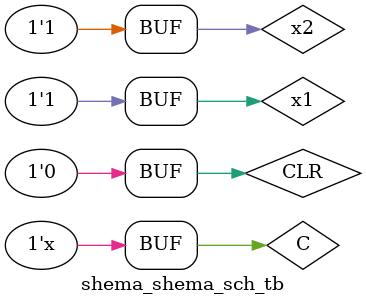
<source format=v>

`timescale 1ns / 1ps

module shema_shema_sch_tb();

// Inputs
   reg x2;
   reg x1;
   reg C;
   reg CLR;

// Output
   wire Y1;
   wire y2;
   wire Q1;
   wire Q2;

// Bidirs

// Instantiate the UUT
   shema UUT (
		.x2(x2), 
		.x1(x1), 
		.C(C), 
		.CLR(CLR), 
		.Y1(Y1), 
		.y2(y2), 
		.Q1(Q1), 
		.Q2(Q2)
   );
// Initialize Inputs
       initial begin
				#20;
		x2 = 0;
		x1 = 0;
		CLR = 0;
				 #20;
		x2 = 1;
		x1 = 0;
		CLR = 0;
				 #20;
		x2 = 1;
		x1 = 1;
		CLR = 0;
			 #5;
     end always #20 C = ~C;
endmodule

</source>
